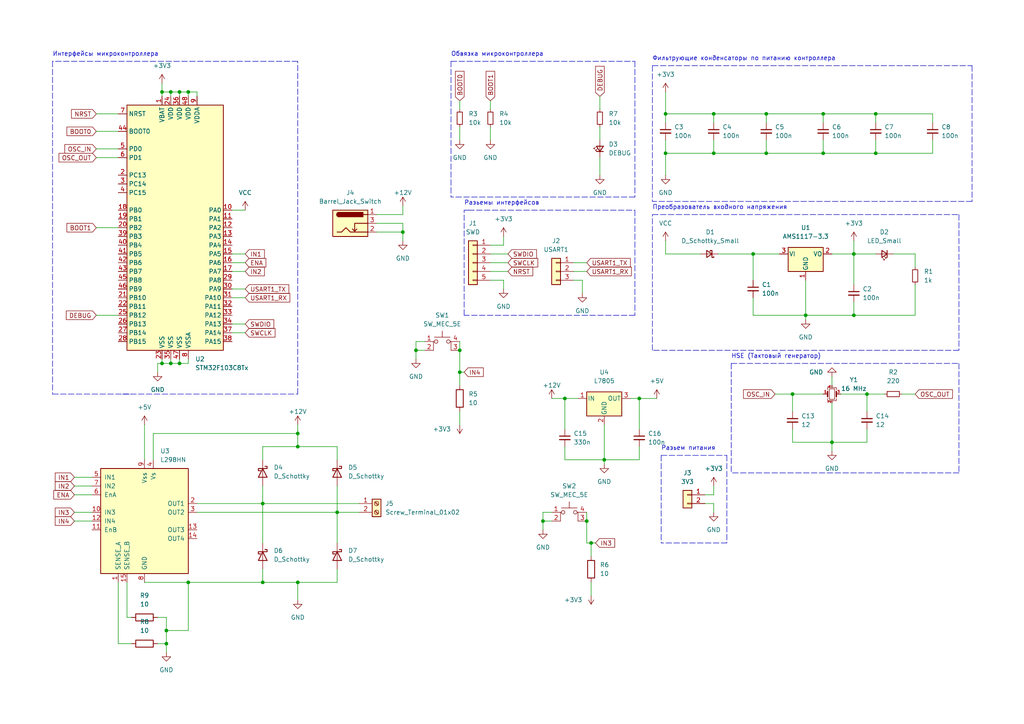
<source format=kicad_sch>
(kicad_sch (version 20211123) (generator eeschema)
  (paper "A4")
  (lib_symbols
    (symbol "Connector:Barrel_Jack_Switch" (pin_names hide)
      (property "Reference" "J" (at 0 5.334 0))
      (property "Value" "Barrel_Jack_Switch" (at 0 -5.08 0))
      (symbol "Barrel_Jack_Switch_0_1"
        (rectangle (start -5.08 3.81) (end 5.08 -3.81) (stroke (width 0.254)) (fill (type background)))
        (arc (start -3.302 3.175) (mid -3.937 2.54) (end -3.302 1.905) (stroke (width 0.254)))
        (arc (start -3.302 3.175) (mid -3.937 2.54) (end -3.302 1.905) (stroke (width 0.254)) (fill (type outline)))
        (polyline (pts (xy 1.27 -2.286) (xy 1.905 -1.651)) (stroke (width 0.254)))
        (polyline (pts (xy 5.08 2.54) (xy 3.81 2.54)) (stroke (width 0.254)))
        (polyline (pts (xy 5.08 0) (xy 1.27 0) (xy 1.27 -2.286) (xy 0.635 -1.651)) (stroke (width 0.254)))
        (polyline (pts (xy -3.81 -2.54) (xy -2.54 -2.54) (xy -1.27 -1.27) (xy 0 -2.54) (xy 2.54 -2.54) (xy 5.08 -2.54)) (stroke (width 0.254)))
        (rectangle (start 3.683 3.175) (end -3.302 1.905) (stroke (width 0.254)) (fill (type outline)))
      )
      (symbol "Barrel_Jack_Switch_1_1"
        (pin passive line (at 7.62 2.54 180) (length 2.54) (name "~") (number "1"))
        (pin passive line (at 7.62 -2.54 180) (length 2.54) (name "~") (number "2"))
        (pin passive line (at 7.62 0 180) (length 2.54) (name "~") (number "3"))
      )
    )
    (symbol "Connector:Screw_Terminal_01x02" (pin_names (offset 1.016) hide)
      (property "Reference" "J" (at 0 2.54 0))
      (property "Value" "Screw_Terminal_01x02" (at 0 -5.08 0))
      (symbol "Screw_Terminal_01x02_1_1"
        (rectangle (start -1.27 1.27) (end 1.27 -3.81) (stroke (width 0.254)) (fill (type background)))
        (circle (center 0 -2.54) (radius 0.635) (stroke (width 0.1524)))
        (polyline (pts (xy -0.5334 -2.2098) (xy 0.3302 -3.048)) (stroke (width 0.1524)))
        (polyline (pts (xy -0.5334 0.3302) (xy 0.3302 -0.508)) (stroke (width 0.1524)))
        (polyline (pts (xy -0.3556 -2.032) (xy 0.508 -2.8702)) (stroke (width 0.1524)))
        (polyline (pts (xy -0.3556 0.508) (xy 0.508 -0.3302)) (stroke (width 0.1524)))
        (circle (center 0 0) (radius 0.635) (stroke (width 0.1524)))
        (pin passive line (at -5.08 0 0) (length 3.81) (name "Pin_1") (number "1"))
        (pin passive line (at -5.08 -2.54 0) (length 3.81) (name "Pin_2") (number "2"))
      )
    )
    (symbol "Connector_Generic:Conn_01x02" (pin_names (offset 1.016) hide)
      (property "Reference" "J" (at 0 2.54 0))
      (property "Value" "Conn_01x02" (at 0 -5.08 0))
      (symbol "Conn_01x02_1_1"
        (rectangle (start -1.27 -2.413) (end 0 -2.667) (stroke (width 0.1524)))
        (rectangle (start -1.27 0.127) (end 0 -0.127) (stroke (width 0.1524)))
        (rectangle (start -1.27 1.27) (end 1.27 -3.81) (stroke (width 0.254)) (fill (type background)))
        (pin passive line (at -5.08 0 0) (length 3.81) (name "Pin_1") (number "1"))
        (pin passive line (at -5.08 -2.54 0) (length 3.81) (name "Pin_2") (number "2"))
      )
    )
    (symbol "Connector_Generic:Conn_01x03" (pin_names (offset 1.016) hide)
      (property "Reference" "J" (at 0 5.08 0))
      (property "Value" "Conn_01x03" (at 0 -5.08 0))
      (symbol "Conn_01x03_1_1"
        (rectangle (start -1.27 -2.413) (end 0 -2.667) (stroke (width 0.1524)))
        (rectangle (start -1.27 0.127) (end 0 -0.127) (stroke (width 0.1524)))
        (rectangle (start -1.27 2.667) (end 0 2.413) (stroke (width 0.1524)))
        (rectangle (start -1.27 3.81) (end 1.27 -3.81) (stroke (width 0.254)) (fill (type background)))
        (pin passive line (at -5.08 2.54 0) (length 3.81) (name "Pin_1") (number "1"))
        (pin passive line (at -5.08 0 0) (length 3.81) (name "Pin_2") (number "2"))
        (pin passive line (at -5.08 -2.54 0) (length 3.81) (name "Pin_3") (number "3"))
      )
    )
    (symbol "Connector_Generic:Conn_01x05" (pin_names (offset 1.016) hide)
      (property "Reference" "J" (at 0 7.62 0))
      (property "Value" "Conn_01x05" (at 0 -7.62 0))
      (symbol "Conn_01x05_1_1"
        (rectangle (start -1.27 -4.953) (end 0 -5.207) (stroke (width 0.1524)))
        (rectangle (start -1.27 -2.413) (end 0 -2.667) (stroke (width 0.1524)))
        (rectangle (start -1.27 0.127) (end 0 -0.127) (stroke (width 0.1524)))
        (rectangle (start -1.27 2.667) (end 0 2.413) (stroke (width 0.1524)))
        (rectangle (start -1.27 5.207) (end 0 4.953) (stroke (width 0.1524)))
        (rectangle (start -1.27 6.35) (end 1.27 -6.35) (stroke (width 0.254)) (fill (type background)))
        (pin passive line (at -5.08 5.08 0) (length 3.81) (name "Pin_1") (number "1"))
        (pin passive line (at -5.08 2.54 0) (length 3.81) (name "Pin_2") (number "2"))
        (pin passive line (at -5.08 0 0) (length 3.81) (name "Pin_3") (number "3"))
        (pin passive line (at -5.08 -2.54 0) (length 3.81) (name "Pin_4") (number "4"))
        (pin passive line (at -5.08 -5.08 0) (length 3.81) (name "Pin_5") (number "5"))
      )
    )
    (symbol "Device:C_Small" (pin_numbers hide) (pin_names (offset 0.254) hide)
      (property "Reference" "C" (at 0.254 1.778 0))
      (property "Value" "C_Small" (at 0.254 -2.032 0))
      (symbol "C_Small_0_1"
        (polyline (pts (xy -1.524 -0.508) (xy 1.524 -0.508)) (stroke (width 0.3302)))
        (polyline (pts (xy -1.524 0.508) (xy 1.524 0.508)) (stroke (width 0.3048)))
      )
      (symbol "C_Small_1_1"
        (pin passive line (at 0 2.54 270) (length 2.032) (name "~") (number "1"))
        (pin passive line (at 0 -2.54 90) (length 2.032) (name "~") (number "2"))
      )
    )
    (symbol "Device:Crystal_GND24_Small" (pin_names (offset 1.016) hide)
      (property "Reference" "Y" (at 1.27 4.445 0))
      (property "Value" "Crystal_GND24_Small" (at 1.27 2.54 0))
      (symbol "Crystal_GND24_Small_0_1"
        (rectangle (start -0.762 -1.524) (end 0.762 1.524))
        (polyline (pts (xy -1.27 -0.762) (xy -1.27 0.762)) (stroke (width 0.381)))
        (polyline (pts (xy 1.27 -0.762) (xy 1.27 0.762)) (stroke (width 0.381)))
        (polyline (pts (xy -1.27 -1.27) (xy -1.27 -1.905) (xy 1.27 -1.905) (xy 1.27 -1.27)))
        (polyline (pts (xy -1.27 1.27) (xy -1.27 1.905) (xy 1.27 1.905) (xy 1.27 1.27)))
      )
      (symbol "Crystal_GND24_Small_1_1"
        (pin passive line (at -2.54 0 0) (length 1.27) (name "1") (number "1"))
        (pin passive line (at 0 -2.54 90) (length 0.635) (name "2") (number "2"))
        (pin passive line (at 2.54 0 180) (length 1.27) (name "3") (number "3"))
        (pin passive line (at 0 2.54 270) (length 0.635) (name "4") (number "4"))
      )
    )
    (symbol "Device:D_Schottky" (pin_numbers hide) (pin_names (offset 1.016) hide)
      (property "Reference" "D" (at 0 2.54 0))
      (property "Value" "D_Schottky" (at 0 -2.54 0))
      (symbol "D_Schottky_0_1"
        (polyline (pts (xy 1.27 0) (xy -1.27 0)))
        (polyline (pts (xy 1.27 1.27) (xy 1.27 -1.27) (xy -1.27 0) (xy 1.27 1.27)) (stroke (width 0.254)))
        (polyline (pts (xy -1.905 0.635) (xy -1.905 1.27) (xy -1.27 1.27) (xy -1.27 -1.27) (xy -0.635 -1.27) (xy -0.635 -0.635)) (stroke (width 0.254)))
      )
      (symbol "D_Schottky_1_1"
        (pin passive line (at -3.81 0 0) (length 2.54) (name "K") (number "1"))
        (pin passive line (at 3.81 0 180) (length 2.54) (name "A") (number "2"))
      )
    )
    (symbol "Device:D_Schottky_Small" (pin_numbers hide) (pin_names (offset 0.254) hide)
      (property "Reference" "D" (at -1.27 2.032 0))
      (property "Value" "D_Schottky_Small" (at -7.112 -2.032 0))
      (symbol "D_Schottky_Small_0_1"
        (polyline (pts (xy -0.762 0) (xy 0.762 0)))
        (polyline (pts (xy 0.762 -1.016) (xy -0.762 0) (xy 0.762 1.016) (xy 0.762 -1.016)) (stroke (width 0.254)))
        (polyline (pts (xy -1.27 0.762) (xy -1.27 1.016) (xy -0.762 1.016) (xy -0.762 -1.016) (xy -0.254 -1.016) (xy -0.254 -0.762)) (stroke (width 0.254)))
      )
      (symbol "D_Schottky_Small_1_1"
        (pin passive line (at -2.54 0 0) (length 1.778) (name "K") (number "1"))
        (pin passive line (at 2.54 0 180) (length 1.778) (name "A") (number "2"))
      )
    )
    (symbol "Device:LED_Small" (pin_numbers hide) (pin_names (offset 0.254) hide)
      (property "Reference" "D" (at -1.27 3.175 0))
      (property "Value" "LED_Small" (at -4.445 -2.54 0))
      (symbol "LED_Small_0_1"
        (polyline (pts (xy -0.762 -1.016) (xy -0.762 1.016)) (stroke (width 0.254)))
        (polyline (pts (xy 1.016 0) (xy -0.762 0)))
        (polyline (pts (xy 0.762 -1.016) (xy -0.762 0) (xy 0.762 1.016) (xy 0.762 -1.016)) (stroke (width 0.254)))
        (polyline (pts (xy 0 0.762) (xy -0.508 1.27) (xy -0.254 1.27) (xy -0.508 1.27) (xy -0.508 1.016)))
        (polyline (pts (xy 0.508 1.27) (xy 0 1.778) (xy 0.254 1.778) (xy 0 1.778) (xy 0 1.524)))
      )
      (symbol "LED_Small_1_1"
        (pin passive line (at -2.54 0 0) (length 1.778) (name "K") (number "1"))
        (pin passive line (at 2.54 0 180) (length 1.778) (name "A") (number "2"))
      )
    )
    (symbol "Device:R" (pin_numbers hide) (pin_names (offset 0))
      (property "Reference" "R" (at 2.032 0 90))
      (property "Value" "R" (at 0 0 90))
      (symbol "R_0_1"
        (rectangle (start -1.016 -2.54) (end 1.016 2.54) (stroke (width 0.254)))
      )
      (symbol "R_1_1"
        (pin passive line (at 0 3.81 270) (length 1.27) (name "~") (number "1"))
        (pin passive line (at 0 -3.81 90) (length 1.27) (name "~") (number "2"))
      )
    )
    (symbol "Device:R_Small" (pin_numbers hide) (pin_names (offset 0.254) hide)
      (property "Reference" "R" (at 0.762 0.508 0))
      (property "Value" "R_Small" (at 0.762 -1.016 0))
      (symbol "R_Small_0_1"
        (rectangle (start -0.762 1.778) (end 0.762 -1.778) (stroke (width 0.2032)))
      )
      (symbol "R_Small_1_1"
        (pin passive line (at 0 2.54 270) (length 0.762) (name "~") (number "1"))
        (pin passive line (at 0 -2.54 90) (length 0.762) (name "~") (number "2"))
      )
    )
    (symbol "Driver_Motor:L298HN" (pin_names (offset 1.016))
      (property "Reference" "U" (at -10.16 16.51 0))
      (property "Value" "L298HN" (at 12.7 16.51 0))
      (symbol "L298HN_0_1"
        (rectangle (start -12.7 15.24) (end 12.7 -15.24) (stroke (width 0.254)) (fill (type background)))
      )
      (symbol "L298HN_1_1"
        (pin power_in line (at -7.62 -17.78 90) (length 2.54) (name "SENSE_A") (number "1"))
        (pin input line (at -15.24 2.54 0) (length 2.54) (name "IN3") (number "10"))
        (pin input line (at -15.24 -2.54 0) (length 2.54) (name "EnB") (number "11"))
        (pin input line (at -15.24 0 0) (length 2.54) (name "IN4") (number "12"))
        (pin output line (at 15.24 -2.54 180) (length 2.54) (name "OUT3") (number "13"))
        (pin output line (at 15.24 -5.08 180) (length 2.54) (name "OUT4") (number "14"))
        (pin power_in line (at -5.08 -17.78 90) (length 2.54) (name "SENSE_B") (number "15"))
        (pin output line (at 15.24 5.08 180) (length 2.54) (name "OUT1") (number "2"))
        (pin output line (at 15.24 2.54 180) (length 2.54) (name "OUT2") (number "3"))
        (pin power_in line (at 2.54 17.78 270) (length 2.54) (name "Vs") (number "4"))
        (pin input line (at -15.24 12.7 0) (length 2.54) (name "IN1") (number "5"))
        (pin input line (at -15.24 7.62 0) (length 2.54) (name "EnA") (number "6"))
        (pin input line (at -15.24 10.16 0) (length 2.54) (name "IN2") (number "7"))
        (pin power_in line (at 0 -17.78 90) (length 2.54) (name "GND") (number "8"))
        (pin power_in line (at 0 17.78 270) (length 2.54) (name "Vss") (number "9"))
      )
    )
    (symbol "MCU_ST_STM32F1:STM32F103C8Tx"
      (property "Reference" "U" (at -15.24 36.83 0))
      (property "Value" "STM32F103C8Tx" (at 7.62 36.83 0))
      (symbol "STM32F103C8Tx_0_1"
        (rectangle (start -15.24 -35.56) (end 12.7 35.56) (stroke (width 0.254)) (fill (type background)))
      )
      (symbol "STM32F103C8Tx_1_1"
        (pin power_in line (at -5.08 38.1 270) (length 2.54) (name "VBAT") (number "1"))
        (pin bidirectional line (at 15.24 5.08 180) (length 2.54) (name "PA0") (number "10"))
        (pin bidirectional line (at 15.24 2.54 180) (length 2.54) (name "PA1") (number "11"))
        (pin bidirectional line (at 15.24 0 180) (length 2.54) (name "PA2") (number "12"))
        (pin bidirectional line (at 15.24 -2.54 180) (length 2.54) (name "PA3") (number "13"))
        (pin bidirectional line (at 15.24 -5.08 180) (length 2.54) (name "PA4") (number "14"))
        (pin bidirectional line (at 15.24 -7.62 180) (length 2.54) (name "PA5") (number "15"))
        (pin bidirectional line (at 15.24 -10.16 180) (length 2.54) (name "PA6") (number "16"))
        (pin bidirectional line (at 15.24 -12.7 180) (length 2.54) (name "PA7") (number "17"))
        (pin bidirectional line (at -17.78 5.08 0) (length 2.54) (name "PB0") (number "18"))
        (pin bidirectional line (at -17.78 2.54 0) (length 2.54) (name "PB1") (number "19"))
        (pin bidirectional line (at -17.78 15.24 0) (length 2.54) (name "PC13") (number "2"))
        (pin bidirectional line (at -17.78 0 0) (length 2.54) (name "PB2") (number "20"))
        (pin bidirectional line (at -17.78 -20.32 0) (length 2.54) (name "PB10") (number "21"))
        (pin bidirectional line (at -17.78 -22.86 0) (length 2.54) (name "PB11") (number "22"))
        (pin power_in line (at -5.08 -38.1 90) (length 2.54) (name "VSS") (number "23"))
        (pin power_in line (at -2.54 38.1 270) (length 2.54) (name "VDD") (number "24"))
        (pin bidirectional line (at -17.78 -25.4 0) (length 2.54) (name "PB12") (number "25"))
        (pin bidirectional line (at -17.78 -27.94 0) (length 2.54) (name "PB13") (number "26"))
        (pin bidirectional line (at -17.78 -30.48 0) (length 2.54) (name "PB14") (number "27"))
        (pin bidirectional line (at -17.78 -33.02 0) (length 2.54) (name "PB15") (number "28"))
        (pin bidirectional line (at 15.24 -15.24 180) (length 2.54) (name "PA8") (number "29"))
        (pin bidirectional line (at -17.78 12.7 0) (length 2.54) (name "PC14") (number "3"))
        (pin bidirectional line (at 15.24 -17.78 180) (length 2.54) (name "PA9") (number "30"))
        (pin bidirectional line (at 15.24 -20.32 180) (length 2.54) (name "PA10") (number "31"))
        (pin bidirectional line (at 15.24 -22.86 180) (length 2.54) (name "PA11") (number "32"))
        (pin bidirectional line (at 15.24 -25.4 180) (length 2.54) (name "PA12") (number "33"))
        (pin bidirectional line (at 15.24 -27.94 180) (length 2.54) (name "PA13") (number "34"))
        (pin power_in line (at -2.54 -38.1 90) (length 2.54) (name "VSS") (number "35"))
        (pin power_in line (at 0 38.1 270) (length 2.54) (name "VDD") (number "36"))
        (pin bidirectional line (at 15.24 -30.48 180) (length 2.54) (name "PA14") (number "37"))
        (pin bidirectional line (at 15.24 -33.02 180) (length 2.54) (name "PA15") (number "38"))
        (pin bidirectional line (at -17.78 -2.54 0) (length 2.54) (name "PB3") (number "39"))
        (pin bidirectional line (at -17.78 10.16 0) (length 2.54) (name "PC15") (number "4"))
        (pin bidirectional line (at -17.78 -5.08 0) (length 2.54) (name "PB4") (number "40"))
        (pin bidirectional line (at -17.78 -7.62 0) (length 2.54) (name "PB5") (number "41"))
        (pin bidirectional line (at -17.78 -10.16 0) (length 2.54) (name "PB6") (number "42"))
        (pin bidirectional line (at -17.78 -12.7 0) (length 2.54) (name "PB7") (number "43"))
        (pin input line (at -17.78 27.94 0) (length 2.54) (name "BOOT0") (number "44"))
        (pin bidirectional line (at -17.78 -15.24 0) (length 2.54) (name "PB8") (number "45"))
        (pin bidirectional line (at -17.78 -17.78 0) (length 2.54) (name "PB9") (number "46"))
        (pin power_in line (at 0 -38.1 90) (length 2.54) (name "VSS") (number "47"))
        (pin power_in line (at 2.54 38.1 270) (length 2.54) (name "VDD") (number "48"))
        (pin input line (at -17.78 22.86 0) (length 2.54) (name "PD0") (number "5"))
        (pin input line (at -17.78 20.32 0) (length 2.54) (name "PD1") (number "6"))
        (pin input line (at -17.78 33.02 0) (length 2.54) (name "NRST") (number "7"))
        (pin power_in line (at 2.54 -38.1 90) (length 2.54) (name "VSSA") (number "8"))
        (pin power_in line (at 5.08 38.1 270) (length 2.54) (name "VDDA") (number "9"))
      )
    )
    (symbol "Regulator_Linear:AMS1117-3.3" (pin_names (offset 0.254))
      (property "Reference" "U" (at -3.81 3.175 0))
      (property "Value" "AMS1117-3.3" (at 0 3.175 0))
      (symbol "AMS1117-3.3_0_1"
        (rectangle (start -5.08 -5.08) (end 5.08 1.905) (stroke (width 0.254)) (fill (type background)))
      )
      (symbol "AMS1117-3.3_1_1"
        (pin power_in line (at 0 -7.62 90) (length 2.54) (name "GND") (number "1"))
        (pin power_out line (at 7.62 0 180) (length 2.54) (name "VO") (number "2"))
        (pin power_in line (at -7.62 0 0) (length 2.54) (name "VI") (number "3"))
      )
    )
    (symbol "Regulator_Linear:L7805" (pin_names (offset 0.254))
      (property "Reference" "U" (at -3.81 3.175 0))
      (property "Value" "L7805" (at 0 3.175 0))
      (symbol "L7805_0_1"
        (rectangle (start -5.08 1.905) (end 5.08 -5.08) (stroke (width 0.254)) (fill (type background)))
      )
      (symbol "L7805_1_1"
        (pin power_in line (at -7.62 0 0) (length 2.54) (name "IN") (number "1"))
        (pin power_in line (at 0 -7.62 90) (length 2.54) (name "GND") (number "2"))
        (pin power_out line (at 7.62 0 180) (length 2.54) (name "OUT") (number "3"))
      )
    )
    (symbol "Switch:SW_MEC_5E" (pin_names (offset 1.016) hide)
      (property "Reference" "SW" (at 0.635 5.715 0))
      (property "Value" "SW_MEC_5E" (at 0 -3.175 0))
      (symbol "SW_MEC_5E_0_1"
        (circle (center -1.778 2.54) (radius 0.508))
        (polyline (pts (xy -2.286 3.81) (xy 2.286 3.81)))
        (polyline (pts (xy 0 3.81) (xy 0 5.588)))
        (polyline (pts (xy -2.54 0) (xy -2.54 2.54) (xy -2.286 2.54)))
        (polyline (pts (xy 2.54 0) (xy 2.54 2.54) (xy 2.286 2.54)))
        (circle (center 1.778 2.54) (radius 0.508))
        (pin passive line (at -5.08 2.54 0) (length 2.54) (name "1") (number "1"))
        (pin passive line (at -5.08 0 0) (length 2.54) (name "2") (number "2"))
        (pin passive line (at 5.08 0 180) (length 2.54) (name "K") (number "3"))
        (pin passive line (at 5.08 2.54 180) (length 2.54) (name "A") (number "4"))
      )
    )
    (symbol "power:+12V" (power) (pin_names (offset 0))
      (property "Value" "+12V" (at 0 3.556 0))
      (symbol "+12V_0_1"
        (polyline (pts (xy -0.762 1.27) (xy 0 2.54)))
        (polyline (pts (xy 0 0) (xy 0 2.54)))
        (polyline (pts (xy 0 2.54) (xy 0.762 1.27)))
      )
      (symbol "+12V_1_1"
        (pin power_in line (at 0 0 90) (length 0) hide (name "+12V") (number "1"))
      )
    )
    (symbol "power:+3V3" (power) (pin_names (offset 0))
      (property "Value" "+3V3" (at 0 3.556 0))
      (symbol "+3V3_0_1"
        (polyline (pts (xy -0.762 1.27) (xy 0 2.54)))
        (polyline (pts (xy 0 0) (xy 0 2.54)))
        (polyline (pts (xy 0 2.54) (xy 0.762 1.27)))
      )
      (symbol "+3V3_1_1"
        (pin power_in line (at 0 0 90) (length 0) hide (name "+3V3") (number "1"))
      )
    )
    (symbol "power:+5V" (power) (pin_names (offset 0))
      (property "Value" "+5V" (at 0 3.556 0))
      (symbol "+5V_0_1"
        (polyline (pts (xy -0.762 1.27) (xy 0 2.54)))
        (polyline (pts (xy 0 0) (xy 0 2.54)))
        (polyline (pts (xy 0 2.54) (xy 0.762 1.27)))
      )
      (symbol "+5V_1_1"
        (pin power_in line (at 0 0 90) (length 0) hide (name "+5V") (number "1"))
      )
    )
    (symbol "power:GND" (power) (pin_names (offset 0))
      (property "Value" "GND" (at 0 -3.81 0))
      (symbol "GND_0_1"
        (polyline (pts (xy 0 0) (xy 0 -1.27) (xy 1.27 -1.27) (xy 0 -2.54) (xy -1.27 -1.27) (xy 0 -1.27)))
      )
      (symbol "GND_1_1"
        (pin power_in line (at 0 0 270) (length 0) hide (name "GND") (number "1"))
      )
    )
    (symbol "power:VCC" (power) (pin_names (offset 0))
      (property "Value" "VCC" (at 0 3.81 0))
      (symbol "VCC_0_1"
        (polyline (pts (xy -0.762 1.27) (xy 0 2.54)))
        (polyline (pts (xy 0 0) (xy 0 2.54)))
        (polyline (pts (xy 0 2.54) (xy 0.762 1.27)))
      )
      (symbol "VCC_1_1"
        (pin power_in line (at 0 0 90) (length 0) hide (name "VCC") (number "1"))
      )
    )
  )
  (junction (at 193.04 44.45))
  (junction (at 54.61 168.91))
  (junction (at 46.99 105.41))
  (junction (at 76.2 168.91))
  (junction (at 133.35 107.95))
  (junction (at 76.2 146.05))
  (junction (at 48.26 186.69))
  (junction (at 120.65 101.6))
  (junction (at 238.76 33.02))
  (junction (at 229.87 114.3))
  (junction (at 54.61 26.67))
  (junction (at 247.65 73.66))
  (junction (at 97.79 148.59))
  (junction (at 241.3 128.27))
  (junction (at 175.26 133.35))
  (junction (at 86.36 125.73))
  (junction (at 170.18 151.13))
  (junction (at 222.25 44.45))
  (junction (at 157.48 151.13))
  (junction (at 86.36 168.91))
  (junction (at 218.44 73.66))
  (junction (at 171.45 157.48))
  (junction (at 163.83 115.57))
  (junction (at 116.84 67.31))
  (junction (at 207.01 33.02))
  (junction (at 48.26 182.88))
  (junction (at 238.76 44.45))
  (junction (at 233.68 91.44))
  (junction (at 193.04 33.02))
  (junction (at 49.53 26.67))
  (junction (at 52.07 105.41))
  (junction (at 49.53 105.41))
  (junction (at 52.07 26.67))
  (junction (at 46.99 26.67))
  (junction (at 207.01 44.45))
  (junction (at 251.46 114.3))
  (junction (at 254 33.02))
  (junction (at 185.42 115.57))
  (junction (at 247.65 91.44))
  (junction (at 222.25 33.02))
  (junction (at 133.35 101.6))
  (junction (at 254 44.45))
  (junction (at 86.36 129.54))
  (wire (pts (xy 207.01 143.51) (xy 207.01 140.97)))
  (polyline (pts (xy 15.24 17.78) (xy 15.24 114.3)))
  (wire (pts (xy 241.3 109.22) (xy 241.3 111.76)))
  (wire (pts (xy 21.59 143.51) (xy 26.67 143.51)))
  (wire (pts (xy 142.24 81.28) (xy 146.05 81.28)))
  (wire (pts (xy 190.5 115.57) (xy 185.42 115.57)))
  (wire (pts (xy 259.08 73.66) (xy 265.43 73.66)))
  (wire (pts (xy 76.2 146.05) (xy 76.2 157.48)))
  (wire (pts (xy 86.36 123.19) (xy 86.36 125.73)))
  (wire (pts (xy 247.65 87.63) (xy 247.65 91.44)))
  (wire (pts (xy 157.48 151.13) (xy 160.02 151.13)))
  (wire (pts (xy 193.04 26.67) (xy 193.04 33.02)))
  (wire (pts (xy 54.61 105.41) (xy 52.07 105.41)))
  (wire (pts (xy 241.3 128.27) (xy 241.3 130.81)))
  (wire (pts (xy 46.99 105.41) (xy 45.72 105.41)))
  (wire (pts (xy 27.94 43.18) (xy 34.29 43.18)))
  (wire (pts (xy 218.44 73.66) (xy 218.44 81.28)))
  (polyline (pts (xy 130.81 17.78) (xy 184.15 17.78)))
  (wire (pts (xy 175.26 123.19) (xy 175.26 133.35)))
  (wire (pts (xy 57.15 27.94) (xy 57.15 26.67)))
  (wire (pts (xy 182.88 115.57) (xy 185.42 115.57)))
  (wire (pts (xy 265.43 73.66) (xy 265.43 77.47)))
  (wire (pts (xy 54.61 104.14) (xy 54.61 105.41)))
  (wire (pts (xy 49.53 26.67) (xy 46.99 26.67)))
  (wire (pts (xy 185.42 129.54) (xy 185.42 133.35)))
  (polyline (pts (xy 184.15 91.44) (xy 134.62 91.44)))
  (wire (pts (xy 27.94 38.1) (xy 34.29 38.1)))
  (wire (pts (xy 270.51 33.02) (xy 270.51 35.56)))
  (wire (pts (xy 67.31 78.74) (xy 71.12 78.74)))
  (wire (pts (xy 86.36 168.91) (xy 97.79 168.91)))
  (wire (pts (xy 142.24 78.74) (xy 147.32 78.74)))
  (wire (pts (xy 142.24 29.21) (xy 142.24 31.75)))
  (wire (pts (xy 157.48 148.59) (xy 157.48 151.13)))
  (wire (pts (xy 265.43 82.55) (xy 265.43 91.44)))
  (wire (pts (xy 76.2 146.05) (xy 104.14 146.05)))
  (polyline (pts (xy 189.23 19.05) (xy 189.23 58.42)))
  (wire (pts (xy 48.26 186.69) (xy 48.26 189.23)))
  (wire (pts (xy 133.35 36.83) (xy 133.35 40.64)))
  (wire (pts (xy 54.61 27.94) (xy 54.61 26.67)))
  (polyline (pts (xy 212.09 105.41) (xy 212.09 137.16)))
  (wire (pts (xy 222.25 33.02) (xy 238.76 33.02)))
  (wire (pts (xy 247.65 73.66) (xy 254 73.66)))
  (wire (pts (xy 233.68 81.28) (xy 233.68 91.44)))
  (polyline (pts (xy 15.24 114.3) (xy 38.1 114.3)))
  (wire (pts (xy 45.72 186.69) (xy 48.26 186.69)))
  (wire (pts (xy 218.44 91.44) (xy 233.68 91.44)))
  (wire (pts (xy 229.87 114.3) (xy 238.76 114.3)))
  (wire (pts (xy 265.43 91.44) (xy 247.65 91.44)))
  (wire (pts (xy 52.07 26.67) (xy 49.53 26.67)))
  (wire (pts (xy 251.46 119.38) (xy 251.46 114.3)))
  (wire (pts (xy 222.25 33.02) (xy 222.25 35.56)))
  (wire (pts (xy 193.04 33.02) (xy 207.01 33.02)))
  (polyline (pts (xy 281.94 58.42) (xy 189.23 58.42)))
  (wire (pts (xy 238.76 44.45) (xy 238.76 40.64)))
  (wire (pts (xy 173.99 36.83) (xy 173.99 40.64)))
  (wire (pts (xy 86.36 168.91) (xy 86.36 173.99)))
  (polyline (pts (xy 134.62 60.96) (xy 135.89 60.96)))
  (wire (pts (xy 45.72 105.41) (xy 45.72 107.95)))
  (wire (pts (xy 34.29 186.69) (xy 38.1 186.69)))
  (wire (pts (xy 133.35 107.95) (xy 133.35 101.6)))
  (wire (pts (xy 27.94 91.44) (xy 34.29 91.44)))
  (wire (pts (xy 142.24 76.2) (xy 147.32 76.2)))
  (polyline (pts (xy 86.36 114.3) (xy 86.36 17.78)))
  (wire (pts (xy 48.26 179.07) (xy 48.26 182.88)))
  (wire (pts (xy 97.79 148.59) (xy 104.14 148.59)))
  (wire (pts (xy 41.91 168.91) (xy 54.61 168.91)))
  (wire (pts (xy 49.53 104.14) (xy 49.53 105.41)))
  (polyline (pts (xy 191.77 132.08) (xy 191.77 157.48)))
  (wire (pts (xy 134.62 107.95) (xy 133.35 107.95)))
  (wire (pts (xy 86.36 125.73) (xy 86.36 129.54)))
  (wire (pts (xy 270.51 40.64) (xy 270.51 44.45)))
  (polyline (pts (xy 130.81 17.78) (xy 130.81 57.15)))
  (wire (pts (xy 229.87 124.46) (xy 229.87 128.27)))
  (polyline (pts (xy 189.23 62.23) (xy 278.13 62.23)))
  (wire (pts (xy 261.62 114.3) (xy 265.43 114.3)))
  (wire (pts (xy 207.01 44.45) (xy 193.04 44.45)))
  (wire (pts (xy 207.01 33.02) (xy 207.01 35.56)))
  (wire (pts (xy 241.3 116.84) (xy 241.3 128.27)))
  (polyline (pts (xy 281.94 19.05) (xy 281.94 58.42)))
  (wire (pts (xy 21.59 138.43) (xy 26.67 138.43)))
  (wire (pts (xy 163.83 115.57) (xy 163.83 124.46)))
  (wire (pts (xy 173.99 27.94) (xy 173.99 31.75)))
  (wire (pts (xy 76.2 140.97) (xy 76.2 146.05)))
  (wire (pts (xy 120.65 101.6) (xy 120.65 104.14)))
  (wire (pts (xy 203.2 73.66) (xy 193.04 73.66)))
  (polyline (pts (xy 135.89 60.96) (xy 184.15 60.96)))
  (wire (pts (xy 251.46 128.27) (xy 241.3 128.27)))
  (wire (pts (xy 166.37 76.2) (xy 170.18 76.2)))
  (wire (pts (xy 46.99 24.13) (xy 46.99 26.67)))
  (wire (pts (xy 207.01 44.45) (xy 207.01 40.64)))
  (wire (pts (xy 34.29 168.91) (xy 34.29 186.69)))
  (wire (pts (xy 142.24 73.66) (xy 147.32 73.66)))
  (wire (pts (xy 76.2 129.54) (xy 86.36 129.54)))
  (wire (pts (xy 120.65 99.06) (xy 120.65 101.6)))
  (wire (pts (xy 142.24 36.83) (xy 142.24 40.64)))
  (polyline (pts (xy 278.13 101.6) (xy 189.23 101.6)))
  (wire (pts (xy 247.65 69.85) (xy 247.65 73.66)))
  (wire (pts (xy 54.61 26.67) (xy 52.07 26.67)))
  (wire (pts (xy 207.01 146.05) (xy 207.01 148.59)))
  (wire (pts (xy 133.35 119.38) (xy 133.35 123.19)))
  (wire (pts (xy 120.65 101.6) (xy 123.19 101.6)))
  (wire (pts (xy 254 33.02) (xy 254 35.56)))
  (polyline (pts (xy 212.09 105.41) (xy 278.13 105.41)))
  (wire (pts (xy 48.26 182.88) (xy 48.26 186.69)))
  (wire (pts (xy 222.25 44.45) (xy 207.01 44.45)))
  (polyline (pts (xy 278.13 137.16) (xy 212.09 137.16)))
  (wire (pts (xy 116.84 67.31) (xy 116.84 64.77)))
  (wire (pts (xy 251.46 124.46) (xy 251.46 128.27)))
  (wire (pts (xy 170.18 157.48) (xy 170.18 151.13)))
  (wire (pts (xy 116.84 69.85) (xy 116.84 67.31)))
  (wire (pts (xy 254 44.45) (xy 254 40.64)))
  (polyline (pts (xy 86.36 17.78) (xy 15.24 17.78)))
  (wire (pts (xy 233.68 91.44) (xy 233.68 92.71)))
  (wire (pts (xy 109.22 67.31) (xy 116.84 67.31)))
  (wire (pts (xy 133.35 99.06) (xy 133.35 101.6)))
  (wire (pts (xy 52.07 104.14) (xy 52.07 105.41)))
  (wire (pts (xy 57.15 26.67) (xy 54.61 26.67)))
  (wire (pts (xy 163.83 129.54) (xy 163.83 133.35)))
  (wire (pts (xy 46.99 104.14) (xy 46.99 105.41)))
  (wire (pts (xy 57.15 148.59) (xy 97.79 148.59)))
  (wire (pts (xy 166.37 81.28) (xy 168.91 81.28)))
  (wire (pts (xy 172.72 157.48) (xy 171.45 157.48)))
  (polyline (pts (xy 191.77 132.08) (xy 210.82 132.08)))
  (wire (pts (xy 109.22 62.23) (xy 116.84 62.23)))
  (wire (pts (xy 167.64 115.57) (xy 163.83 115.57)))
  (wire (pts (xy 193.04 35.56) (xy 193.04 33.02)))
  (wire (pts (xy 204.47 143.51) (xy 207.01 143.51)))
  (wire (pts (xy 45.72 179.07) (xy 48.26 179.07)))
  (polyline (pts (xy 184.15 60.96) (xy 184.15 91.44)))
  (wire (pts (xy 67.31 93.98) (xy 71.12 93.98)))
  (wire (pts (xy 41.91 123.19) (xy 41.91 133.35)))
  (wire (pts (xy 67.31 96.52) (xy 71.12 96.52)))
  (wire (pts (xy 247.65 91.44) (xy 233.68 91.44)))
  (wire (pts (xy 238.76 33.02) (xy 254 33.02)))
  (wire (pts (xy 166.37 78.74) (xy 170.18 78.74)))
  (polyline (pts (xy 184.15 17.78) (xy 184.15 57.15)))
  (wire (pts (xy 251.46 114.3) (xy 256.54 114.3)))
  (polyline (pts (xy 278.13 105.41) (xy 278.13 137.16)))
  (wire (pts (xy 208.28 73.66) (xy 218.44 73.66)))
  (wire (pts (xy 27.94 66.04) (xy 34.29 66.04)))
  (wire (pts (xy 27.94 45.72) (xy 34.29 45.72)))
  (wire (pts (xy 160.02 148.59) (xy 157.48 148.59)))
  (wire (pts (xy 67.31 76.2) (xy 71.12 76.2)))
  (wire (pts (xy 116.84 59.69) (xy 116.84 62.23)))
  (wire (pts (xy 193.04 73.66) (xy 193.04 69.85)))
  (wire (pts (xy 67.31 86.36) (xy 71.12 86.36)))
  (wire (pts (xy 229.87 128.27) (xy 241.3 128.27)))
  (wire (pts (xy 207.01 33.02) (xy 222.25 33.02)))
  (wire (pts (xy 44.45 133.35) (xy 44.45 125.73)))
  (wire (pts (xy 193.04 44.45) (xy 193.04 50.8)))
  (wire (pts (xy 116.84 64.77) (xy 109.22 64.77)))
  (wire (pts (xy 54.61 168.91) (xy 76.2 168.91)))
  (wire (pts (xy 157.48 151.13) (xy 157.48 153.67)))
  (wire (pts (xy 97.79 140.97) (xy 97.79 148.59)))
  (wire (pts (xy 48.26 182.88) (xy 54.61 182.88)))
  (wire (pts (xy 146.05 71.12) (xy 146.05 68.58)))
  (wire (pts (xy 160.02 115.57) (xy 163.83 115.57)))
  (wire (pts (xy 171.45 157.48) (xy 171.45 161.29)))
  (wire (pts (xy 222.25 44.45) (xy 222.25 40.64)))
  (wire (pts (xy 67.31 73.66) (xy 71.12 73.66)))
  (wire (pts (xy 185.42 133.35) (xy 175.26 133.35)))
  (wire (pts (xy 76.2 165.1) (xy 76.2 168.91)))
  (wire (pts (xy 21.59 151.13) (xy 26.67 151.13)))
  (wire (pts (xy 193.04 44.45) (xy 193.04 40.64)))
  (wire (pts (xy 27.94 33.02) (xy 34.29 33.02)))
  (wire (pts (xy 52.07 27.94) (xy 52.07 26.67)))
  (polyline (pts (xy 210.82 132.08) (xy 210.82 157.48)))
  (wire (pts (xy 247.65 73.66) (xy 247.65 82.55)))
  (wire (pts (xy 238.76 33.02) (xy 238.76 35.56)))
  (wire (pts (xy 168.91 81.28) (xy 168.91 85.09)))
  (wire (pts (xy 229.87 114.3) (xy 229.87 119.38)))
  (wire (pts (xy 54.61 182.88) (xy 54.61 168.91)))
  (polyline (pts (xy 35.56 114.3) (xy 86.36 114.3)))
  (wire (pts (xy 36.83 168.91) (xy 36.83 179.07)))
  (wire (pts (xy 21.59 140.97) (xy 26.67 140.97)))
  (polyline (pts (xy 134.62 91.44) (xy 134.62 60.96)))
  (wire (pts (xy 175.26 133.35) (xy 175.26 134.62)))
  (polyline (pts (xy 210.82 157.48) (xy 191.77 157.48)))
  (wire (pts (xy 171.45 168.91) (xy 171.45 172.72)))
  (wire (pts (xy 133.35 107.95) (xy 133.35 111.76)))
  (wire (pts (xy 67.31 83.82) (xy 71.12 83.82)))
  (wire (pts (xy 52.07 105.41) (xy 49.53 105.41)))
  (wire (pts (xy 218.44 86.36) (xy 218.44 91.44)))
  (wire (pts (xy 170.18 148.59) (xy 170.18 151.13)))
  (wire (pts (xy 86.36 129.54) (xy 97.79 129.54)))
  (wire (pts (xy 270.51 44.45) (xy 254 44.45)))
  (polyline (pts (xy 189.23 19.05) (xy 281.94 19.05)))
  (polyline (pts (xy 184.15 57.15) (xy 130.81 57.15)))
  (wire (pts (xy 173.99 45.72) (xy 173.99 50.8)))
  (wire (pts (xy 254 44.45) (xy 238.76 44.45)))
  (wire (pts (xy 185.42 115.57) (xy 185.42 124.46)))
  (wire (pts (xy 224.79 114.3) (xy 229.87 114.3)))
  (wire (pts (xy 97.79 148.59) (xy 97.79 157.48)))
  (wire (pts (xy 97.79 168.91) (xy 97.79 165.1)))
  (wire (pts (xy 21.59 148.59) (xy 26.67 148.59)))
  (wire (pts (xy 238.76 44.45) (xy 222.25 44.45)))
  (wire (pts (xy 46.99 26.67) (xy 46.99 27.94)))
  (wire (pts (xy 76.2 168.91) (xy 86.36 168.91)))
  (wire (pts (xy 44.45 125.73) (xy 86.36 125.73)))
  (wire (pts (xy 49.53 105.41) (xy 46.99 105.41)))
  (wire (pts (xy 123.19 99.06) (xy 120.65 99.06)))
  (wire (pts (xy 67.31 60.96) (xy 71.12 60.96)))
  (wire (pts (xy 241.3 73.66) (xy 247.65 73.66)))
  (wire (pts (xy 36.83 179.07) (xy 38.1 179.07)))
  (wire (pts (xy 171.45 157.48) (xy 170.18 157.48)))
  (wire (pts (xy 146.05 81.28) (xy 146.05 83.82)))
  (wire (pts (xy 254 33.02) (xy 270.51 33.02)))
  (wire (pts (xy 142.24 71.12) (xy 146.05 71.12)))
  (wire (pts (xy 57.15 146.05) (xy 76.2 146.05)))
  (wire (pts (xy 163.83 133.35) (xy 175.26 133.35)))
  (polyline (pts (xy 278.13 62.23) (xy 278.13 101.6)))
  (wire (pts (xy 218.44 73.66) (xy 226.06 73.66)))
  (wire (pts (xy 97.79 129.54) (xy 97.79 133.35)))
  (polyline (pts (xy 189.23 101.6) (xy 189.23 62.23)))
  (wire (pts (xy 204.47 146.05) (xy 207.01 146.05)))
  (wire (pts (xy 251.46 114.3) (xy 243.84 114.3)))
  (wire (pts (xy 49.53 27.94) (xy 49.53 26.67)))
  (wire (pts (xy 133.35 29.21) (xy 133.35 31.75)))
  (wire (pts (xy 76.2 133.35) (xy 76.2 129.54)))
  (text "Интерфейсы микроконтроллера" (at 15.24 16.51 0) (effects (font (size 1.27 1.27)) (justify left bottom)))
  (text "Разьемы интерфейсов" (at 134.62 59.69 0) (effects (font (size 1.27 1.27)) (justify left bottom)))
  (text "HSE (Тактовый генератор)" (at 212.09 104.14 0) (effects (font (size 1.27 1.27)) (justify left bottom)))
  (text "Обвязка микроконтроллера" (at 130.81 16.51 0) (effects (font (size 1.27 1.27)) (justify left bottom)))
  (text "Фильтрующие конденсаторы по питанию контроллера" (at 189.23 17.78 0) (effects (font (size 1.27 1.27)) (justify left bottom)))
  (text "Преобразователь входного напряжения" (at 189.23 60.96 0) (effects (font (size 1.27 1.27)) (justify left bottom)))
  (text "Разьем питания" (at 191.77 130.81 0) (effects (font (size 1.27 1.27)) (justify left bottom)))
  (global_label "IN4" (shape input) (at 21.59 151.13 180) (property "Intersheet References" "${INTERSHEET_REFS}" (effects hide)))
  (global_label "BOOT0" (shape input) (at 133.35 29.21 90) (property "Intersheet References" "${INTERSHEET_REFS}" (effects hide)))
  (global_label "IN4" (shape input) (at 134.62 107.95 0) (property "Intersheet References" "${INTERSHEET_REFS}" (effects hide)))
  (global_label "ENA" (shape input) (at 21.59 143.51 180) (property "Intersheet References" "${INTERSHEET_REFS}" (effects hide)))
  (global_label "SWCLK" (shape input) (at 147.32 76.2 0) (property "Intersheet References" "${INTERSHEET_REFS}" (effects hide)))
  (global_label "OSC_IN" (shape input) (at 224.79 114.3 180) (property "Intersheet References" "${INTERSHEET_REFS}" (effects hide)))
  (global_label "USART1_TX" (shape input) (at 170.18 76.2 0) (property "Intersheet References" "${INTERSHEET_REFS}" (effects hide)))
  (global_label "OSC_OUT" (shape input) (at 265.43 114.3 0) (property "Intersheet References" "${INTERSHEET_REFS}" (effects hide)))
  (global_label "DEBUG" (shape input) (at 27.94 91.44 180) (property "Intersheet References" "${INTERSHEET_REFS}" (effects hide)))
  (global_label "BOOT1" (shape input) (at 27.94 66.04 180) (property "Intersheet References" "${INTERSHEET_REFS}" (effects hide)))
  (global_label "IN3" (shape input) (at 21.59 148.59 180) (property "Intersheet References" "${INTERSHEET_REFS}" (effects hide)))
  (global_label "OSC_OUT" (shape input) (at 27.94 45.72 180) (property "Intersheet References" "${INTERSHEET_REFS}" (effects hide)))
  (global_label "NRST" (shape input) (at 27.94 33.02 180) (property "Intersheet References" "${INTERSHEET_REFS}" (effects hide)))
  (global_label "IN2" (shape input) (at 71.12 78.74 0) (property "Intersheet References" "${INTERSHEET_REFS}" (effects hide)))
  (global_label "IN1" (shape input) (at 71.12 73.66 0) (property "Intersheet References" "${INTERSHEET_REFS}" (effects hide)))
  (global_label "IN2" (shape input) (at 21.59 140.97 180) (property "Intersheet References" "${INTERSHEET_REFS}" (effects hide)))
  (global_label "SWDIO" (shape input) (at 147.32 73.66 0) (property "Intersheet References" "${INTERSHEET_REFS}" (effects hide)))
  (global_label "BOOT1" (shape input) (at 142.24 29.21 90) (property "Intersheet References" "${INTERSHEET_REFS}" (effects hide)))
  (global_label "ENA" (shape input) (at 71.12 76.2 0) (property "Intersheet References" "${INTERSHEET_REFS}" (effects hide)))
  (global_label "OSC_IN" (shape input) (at 27.94 43.18 180) (property "Intersheet References" "${INTERSHEET_REFS}" (effects hide)))
  (global_label "USART1_RX" (shape input) (at 71.12 86.36 0) (property "Intersheet References" "${INTERSHEET_REFS}" (effects hide)))
  (global_label "NRST" (shape input) (at 147.32 78.74 0) (property "Intersheet References" "${INTERSHEET_REFS}" (effects hide)))
  (global_label "USART1_RX" (shape input) (at 170.18 78.74 0) (property "Intersheet References" "${INTERSHEET_REFS}" (effects hide)))
  (global_label "IN3" (shape input) (at 172.72 157.48 0) (property "Intersheet References" "${INTERSHEET_REFS}" (effects hide)))
  (global_label "DEBUG" (shape input) (at 173.99 27.94 90) (property "Intersheet References" "${INTERSHEET_REFS}" (effects hide)))
  (global_label "SWDIO" (shape input) (at 71.12 93.98 0) (property "Intersheet References" "${INTERSHEET_REFS}" (effects hide)))
  (global_label "IN1" (shape input) (at 21.59 138.43 180) (property "Intersheet References" "${INTERSHEET_REFS}" (effects hide)))
  (global_label "SWCLK" (shape input) (at 71.12 96.52 0) (property "Intersheet References" "${INTERSHEET_REFS}" (effects hide)))
  (global_label "USART1_TX" (shape input) (at 71.12 83.82 0) (property "Intersheet References" "${INTERSHEET_REFS}" (effects hide)))
  (global_label "BOOT0" (shape input) (at 27.94 38.1 180) (property "Intersheet References" "${INTERSHEET_REFS}" (effects hide)))
  (symbol (lib_id "power:GND") (at 45.72 107.95 0) (unit 1)
    (property "Reference" "#PWR012" (effects hide))
    (property "Value" "GND" (at 45.72 113.03 0))
  )
  (symbol (lib_id "Device:R_Small") (at 173.99 34.29 0) (unit 1)
    (property "Reference" "R7" (at 176.53 33.0199 0) (effects (justify left)))
    (property "Value" "10k" (at 176.53 35.5599 0) (effects (justify left)))
    (property "Footprint" "Resistor_SMD:R_0805_2012Metric" (effects hide))
  )
  (symbol (lib_id "Device:D_Schottky") (at 76.2 137.16 270) (unit 1)
    (property "Reference" "D4" (at 79.375 135.5724 90) (effects (justify left)))
    (property "Value" "D_Schottky" (at 79.375 138.1124 90) (effects (justify left)))
    (property "Footprint" "Diode_SMD:D_SMA" (effects hide))
  )
  (symbol (lib_id "Device:LED_Small") (at 256.54 73.66 180) (unit 1)
    (property "Reference" "D2" (at 256.4765 67.31 0))
    (property "Value" "LED_Small" (at 256.4765 69.85 0))
    (property "Footprint" "LED_SMD:LED_0805_2012Metric" (effects hide))
  )
  (symbol (lib_id "power:GND") (at 193.04 50.8 0) (unit 1)
    (property "Reference" "#PWR08" (effects hide))
    (property "Value" "GND" (at 193.04 55.88 0))
  )
  (symbol (lib_id "power:GND") (at 48.26 189.23 0) (unit 1)
    (property "Reference" "#PWR024" (effects hide))
    (property "Value" "GND" (at 48.26 194.31 0))
  )
  (symbol (lib_id "Device:R") (at 133.35 115.57 0) (unit 1)
    (property "Reference" "R5" (at 135.89 114.2999 0) (effects (justify left)))
    (property "Value" "10" (at 135.89 116.8399 0) (effects (justify left)))
    (property "Footprint" "Resistor_SMD:R_0805_2012Metric" (effects hide))
  )
  (symbol (lib_id "Device:C_Small") (at 222.25 38.1 0) (unit 1)
    (property "Reference" "C5" (at 224.79 36.8362 0) (effects (justify left)))
    (property "Value" "100n" (at 224.79 39.3762 0) (effects (justify left)))
    (property "Footprint" "Capacitor_SMD:C_0805_2012Metric" (effects hide))
  )
  (symbol (lib_id "Device:C_Small") (at 270.51 38.1 0) (unit 1)
    (property "Reference" "C8" (at 273.05 36.8362 0) (effects (justify left)))
    (property "Value" "100n" (at 273.05 39.3762 0) (effects (justify left)))
    (property "Footprint" "Capacitor_SMD:C_0805_2012Metric" (effects hide))
  )
  (symbol (lib_id "Device:Crystal_GND24_Small") (at 241.3 114.3 0) (unit 1)
    (property "Reference" "Y1" (at 247.65 110.1598 0))
    (property "Value" "16 MHz" (at 247.65 112.6998 0))
    (property "Footprint" "Crystal:Crystal_SMD_3225-4Pin_3.2x2.5mm" (effects hide))
  )
  (symbol (lib_id "Device:D_Schottky_Small") (at 205.74 73.66 180) (unit 1)
    (property "Reference" "D1" (at 205.994 67.31 0))
    (property "Value" "D_Schottky_Small" (at 205.994 69.85 0))
    (property "Footprint" "Diode_SMD:D_0805_2012Metric" (effects hide))
  )
  (symbol (lib_id "Device:R") (at 41.91 179.07 90) (unit 1)
    (property "Reference" "R9" (at 41.91 172.72 90))
    (property "Value" "10" (at 41.91 175.26 90))
    (property "Footprint" "Resistor_SMD:R_0805_2012Metric" (effects hide))
  )
  (symbol (lib_id "power:+3V3") (at 247.65 69.85 0) (unit 1)
    (property "Reference" "#PWR010" (effects hide))
    (property "Value" "+3V3" (at 247.65 64.77 0))
  )
  (symbol (lib_id "power:GND") (at 86.36 173.99 0) (unit 1)
    (property "Reference" "#PWR023" (effects hide))
    (property "Value" "GND" (at 86.36 179.07 0))
  )
  (symbol (lib_id "Device:C_Small") (at 251.46 121.92 0) (unit 1)
    (property "Reference" "C14" (at 254 120.6562 0) (effects (justify left)))
    (property "Value" "12" (at 254 123.1962 0) (effects (justify left)))
    (property "Footprint" "Capacitor_SMD:C_0805_2012Metric" (effects hide))
  )
  (symbol (lib_id "Device:D_Schottky") (at 97.79 137.16 270) (unit 1)
    (property "Reference" "D5" (at 100.965 135.5724 90) (effects (justify left)))
    (property "Value" "D_Schottky" (at 100.965 138.1124 90) (effects (justify left)))
    (property "Footprint" "Diode_SMD:D_SMA" (effects hide))
  )
  (symbol (lib_id "Switch:SW_MEC_5E") (at 128.27 101.6 0) (unit 1)
    (property "Reference" "SW1" (at 128.27 91.44 0))
    (property "Value" "SW_MEC_5E" (at 128.27 93.98 0))
    (property "Footprint" "Button_Switch_THT:SW_PUSH_6mm" (effects hide))
    (property "Datasheet" "http://www.apem.com/int/index.php?controller=attachment&id_attachment=1371" (effects hide))
  )
  (symbol (lib_id "Connector_Generic:Conn_01x02") (at 199.39 143.51 0) (mirror y) (unit 1)
    (property "Reference" "J3" (at 199.39 137.16 0))
    (property "Value" "3V3" (at 199.39 139.7 0))
    (property "Footprint" "Connector_PinSocket_2.54mm:PinSocket_1x02_P2.54mm_Vertical" (effects hide))
  )
  (symbol (lib_id "power:+3V3") (at 133.35 123.19 0) (mirror x) (unit 1)
    (property "Reference" "#PWR0106" (effects hide))
    (property "Value" "+3V3" (at 130.81 124.4599 0) (effects (justify right)))
  )
  (symbol (lib_id "Device:C_Small") (at 207.01 38.1 0) (unit 1)
    (property "Reference" "C4" (at 209.55 36.8362 0) (effects (justify left)))
    (property "Value" "100n" (at 209.55 39.3762 0) (effects (justify left)))
    (property "Footprint" "Capacitor_SMD:C_0805_2012Metric" (effects hide))
  )
  (symbol (lib_id "power:+3V3") (at 207.01 140.97 0) (unit 1)
    (property "Reference" "#PWR016" (effects hide))
    (property "Value" "+3V3" (at 207.01 135.89 0))
  )
  (symbol (lib_id "power:+3V3") (at 46.99 24.13 0) (unit 1)
    (property "Reference" "#PWR01" (effects hide))
    (property "Value" "+3V3" (at 46.99 19.05 0))
  )
  (symbol (lib_id "Device:R_Small") (at 259.08 114.3 90) (mirror x) (unit 1)
    (property "Reference" "R2" (at 259.08 107.95 90))
    (property "Value" "220" (at 259.08 110.49 90))
    (property "Footprint" "Resistor_SMD:R_0805_2012Metric" (effects hide))
  )
  (symbol (lib_id "power:GND") (at 142.24 40.64 0) (unit 1)
    (property "Reference" "#PWR06" (effects hide))
    (property "Value" "GND" (at 142.24 45.72 0))
  )
  (symbol (lib_id "Driver_Motor:L298HN") (at 41.91 151.13 0) (unit 1)
    (property "Reference" "U3" (at 46.4694 130.81 0) (effects (justify left)))
    (property "Value" "L298HN" (at 46.4694 133.35 0) (effects (justify left)))
    (property "Footprint" "Package_TO_SOT_THT:TO-220-15_P2.54x2.54mm_StaggerOdd_Lead4.58mm_Vertical" (effects hide))
    (property "Datasheet" "http://www.st.com/st-web-ui/static/active/en/resource/technical/document/datasheet/CD00000240.pdf" (effects hide))
  )
  (symbol (lib_id "Device:D_Schottky") (at 76.2 161.29 270) (unit 1)
    (property "Reference" "D6" (at 79.375 159.7024 90) (effects (justify left)))
    (property "Value" "D_Schottky" (at 79.375 162.2424 90) (effects (justify left)))
    (property "Footprint" "Diode_SMD:D_SMA" (effects hide))
  )
  (symbol (lib_id "Device:R_Small") (at 142.24 34.29 0) (unit 1)
    (property "Reference" "R4" (at 144.78 33.0199 0) (effects (justify left)))
    (property "Value" "10k" (at 144.78 35.5599 0) (effects (justify left)))
    (property "Footprint" "Resistor_SMD:R_0805_2012Metric" (effects hide))
  )
  (symbol (lib_id "power:GND") (at 207.01 148.59 0) (unit 1)
    (property "Reference" "#PWR018" (effects hide))
    (property "Value" "GND" (at 207.01 153.67 0))
  )
  (symbol (lib_id "power:+3V3") (at 193.04 26.67 0) (unit 1)
    (property "Reference" "#PWR04" (effects hide))
    (property "Value" "+3V3" (at 193.04 21.59 0))
  )
  (symbol (lib_id "power:GND") (at 120.65 104.14 0) (unit 1)
    (property "Reference" "#PWR0107" (effects hide))
    (property "Value" "GND" (at 120.65 109.22 0))
  )
  (symbol (lib_id "power:GND") (at 116.84 69.85 0) (unit 1)
    (property "Reference" "#PWR0109" (effects hide))
    (property "Value" "GND" (at 116.84 74.93 0))
  )
  (symbol (lib_id "power:GND") (at 157.48 153.67 0) (unit 1)
    (property "Reference" "#PWR0105" (effects hide))
    (property "Value" "GND" (at 157.48 158.75 0))
  )
  (symbol (lib_id "Regulator_Linear:AMS1117-3.3") (at 233.68 73.66 0) (unit 1)
    (property "Reference" "U1" (at 233.68 66.04 0))
    (property "Value" "AMS1117-3.3" (at 233.68 68.58 0))
    (property "Footprint" "Package_TO_SOT_SMD:SOT-223-3_TabPin2" (effects hide))
    (property "Datasheet" "http://www.advanced-monolithic.com/pdf/ds1117.pdf" (effects hide))
  )
  (symbol (lib_id "Device:LED_Small") (at 173.99 43.18 90) (unit 1)
    (property "Reference" "D3" (at 176.53 41.8464 90) (effects (justify right)))
    (property "Value" "DEBUG" (at 176.53 44.3864 90) (effects (justify right)))
    (property "Footprint" "LED_SMD:LED_0805_2012Metric" (effects hide))
  )
  (symbol (lib_id "Regulator_Linear:L7805") (at 175.26 115.57 0) (unit 1)
    (property "Reference" "U4" (at 175.26 107.95 0))
    (property "Value" "L7805" (at 175.26 110.49 0))
    (property "Footprint" "Package_TO_SOT_THT:TO-220-3_Vertical" (effects hide))
    (property "Datasheet" "http://www.st.com/content/ccc/resource/technical/document/datasheet/41/4f/b3/b0/12/d4/47/88/CD00000444.pdf/files/CD00000444.pdf/jcr:content/translations/en.CD00000444.pdf" (effects hide))
  )
  (symbol (lib_id "power:VCC") (at 193.04 69.85 0) (unit 1)
    (property "Reference" "#PWR09" (effects hide))
    (property "Value" "VCC" (at 193.04 64.77 0))
  )
  (symbol (lib_id "power:+12V") (at 116.84 59.69 0) (unit 1)
    (property "Reference" "#PWR0108" (effects hide))
    (property "Value" "+12V" (at 116.84 55.88 0))
  )
  (symbol (lib_id "power:GND") (at 146.05 83.82 0) (unit 1)
    (property "Reference" "#PWR020" (effects hide))
    (property "Value" "GND" (at 146.05 88.9 0))
  )
  (symbol (lib_id "power:GND") (at 168.91 85.09 0) (unit 1)
    (property "Reference" "#PWR022" (effects hide))
    (property "Value" "GND" (at 168.91 90.17 0))
  )
  (symbol (lib_id "power:GND") (at 241.3 130.81 0) (unit 1)
    (property "Reference" "#PWR014" (effects hide))
    (property "Value" "GND" (at 241.3 135.89 0))
  )
  (symbol (lib_id "Device:C_Small") (at 193.04 38.1 0) (unit 1)
    (property "Reference" "C3" (at 195.58 36.8362 0) (effects (justify left)))
    (property "Value" "100n" (at 195.58 39.3762 0) (effects (justify left)))
    (property "Footprint" "Capacitor_SMD:C_0805_2012Metric" (effects hide))
  )
  (symbol (lib_id "power:+3V3") (at 171.45 172.72 0) (mirror x) (unit 1)
    (property "Reference" "#PWR0104" (effects hide))
    (property "Value" "+3V3" (at 168.91 173.9899 0) (effects (justify right)))
  )
  (symbol (lib_id "Device:C_Small") (at 229.87 121.92 0) (unit 1)
    (property "Reference" "C13" (at 232.41 120.6562 0) (effects (justify left)))
    (property "Value" "12" (at 232.41 123.1962 0) (effects (justify left)))
    (property "Footprint" "Capacitor_SMD:C_0805_2012Metric" (effects hide))
  )
  (symbol (lib_id "power:+5V") (at 41.91 123.19 0) (unit 1)
    (property "Reference" "#PWR0110" (effects hide))
    (property "Value" "+5V" (at 41.91 118.11 0))
  )
  (symbol (lib_id "Connector_Generic:Conn_01x03") (at 161.29 78.74 0) (mirror y) (unit 1)
    (property "Reference" "J2" (at 161.29 69.85 0))
    (property "Value" "USART1" (at 161.29 72.39 0))
    (property "Footprint" "Connector_PinSocket_2.54mm:PinSocket_1x03_P2.54mm_Vertical" (effects hide))
  )
  (symbol (lib_id "Device:D_Schottky") (at 97.79 161.29 270) (unit 1)
    (property "Reference" "D7" (at 100.965 159.7024 90) (effects (justify left)))
    (property "Value" "D_Schottky" (at 100.965 162.2424 90) (effects (justify left)))
    (property "Footprint" "Diode_SMD:D_SMA" (effects hide))
  )
  (symbol (lib_id "Connector:Barrel_Jack_Switch") (at 101.6 64.77 0) (unit 1)
    (property "Reference" "J4" (at 101.6 55.88 0))
    (property "Value" "Barrel_Jack_Switch" (at 101.6 58.42 0))
    (property "Footprint" "Connector_BarrelJack:BarrelJack_GCT_DCJ200-10-A_Horizontal" (effects hide))
  )
  (symbol (lib_id "power:+5V") (at 190.5 115.57 0) (unit 1)
    (property "Reference" "#PWR0102" (effects hide))
    (property "Value" "+5V" (at 190.5 110.49 0))
  )
  (symbol (lib_id "power:GND") (at 175.26 134.62 0) (unit 1)
    (property "Reference" "#PWR0101" (effects hide))
    (property "Value" "GND" (at 175.26 139.7 0))
  )
  (symbol (lib_id "Device:R") (at 41.91 186.69 90) (unit 1)
    (property "Reference" "R8" (at 41.91 180.34 90))
    (property "Value" "10" (at 41.91 182.88 90))
    (property "Footprint" "Resistor_SMD:R_0805_2012Metric" (effects hide))
  )
  (symbol (lib_id "Device:C_Small") (at 163.83 127 0) (unit 1)
    (property "Reference" "C15" (at 166.37 125.7362 0) (effects (justify left)))
    (property "Value" "330n" (at 166.37 128.2762 0) (effects (justify left)))
    (property "Footprint" "Capacitor_THT:CP_Radial_D6.3mm_P2.50mm" (effects hide))
  )
  (symbol (lib_id "power:+12V") (at 160.02 115.57 0) (unit 1)
    (property "Reference" "#PWR0103" (effects hide))
    (property "Value" "+12V" (at 160.02 111.76 0))
  )
  (symbol (lib_id "Connector_Generic:Conn_01x05") (at 137.16 76.2 0) (mirror y) (unit 1)
    (property "Reference" "J1" (at 137.16 64.77 0))
    (property "Value" "SWD" (at 137.16 67.31 0))
    (property "Footprint" "Connector_PinHeader_2.54mm:PinHeader_1x05_P2.54mm_Vertical" (effects hide))
  )
  (symbol (lib_id "Device:C_Small") (at 218.44 83.82 0) (unit 1)
    (property "Reference" "C1" (at 220.98 82.5562 0) (effects (justify left)))
    (property "Value" "100n" (at 220.98 85.0962 0) (effects (justify left)))
    (property "Footprint" "Capacitor_THT:CP_Radial_D6.3mm_P2.50mm" (effects hide))
  )
  (symbol (lib_id "power:GND") (at 233.68 92.71 0) (unit 1)
    (property "Reference" "#PWR011" (effects hide))
    (property "Value" "GND" (at 233.68 97.79 0))
  )
  (symbol (lib_id "Connector:Screw_Terminal_01x02") (at 109.22 146.05 0) (unit 1)
    (property "Reference" "J5" (at 111.76 146.0499 0) (effects (justify left)))
    (property "Value" "Screw_Terminal_01x02" (at 111.76 148.5899 0) (effects (justify left)))
    (property "Footprint" "TerminalBlock:TerminalBlock_bornier-2_P5.08mm" (effects hide))
  )
  (symbol (lib_id "power:VCC") (at 71.12 60.96 0) (unit 1)
    (property "Reference" "#PWR0111" (effects hide))
    (property "Value" "VCC" (at 71.12 55.88 0))
  )
  (symbol (lib_id "Device:R") (at 171.45 165.1 0) (unit 1)
    (property "Reference" "R6" (at 173.99 163.8299 0) (effects (justify left)))
    (property "Value" "10" (at 173.99 166.3699 0) (effects (justify left)))
    (property "Footprint" "Resistor_SMD:R_0805_2012Metric" (effects hide))
  )
  (symbol (lib_id "power:+3V3") (at 146.05 68.58 0) (unit 1)
    (property "Reference" "#PWR019" (effects hide))
    (property "Value" "+3V3" (at 146.05 63.5 0))
  )
  (symbol (lib_id "Switch:SW_MEC_5E") (at 165.1 151.13 0) (unit 1)
    (property "Reference" "SW2" (at 165.1 140.97 0))
    (property "Value" "SW_MEC_5E" (at 165.1 143.51 0))
    (property "Footprint" "Button_Switch_THT:SW_PUSH_6mm" (effects hide))
    (property "Datasheet" "http://www.apem.com/int/index.php?controller=attachment&id_attachment=1371" (effects hide))
  )
  (symbol (lib_id "power:+12V") (at 86.36 123.19 0) (unit 1)
    (property "Reference" "#PWR02" (effects hide))
    (property "Value" "+12V" (at 86.36 119.38 0))
  )
  (symbol (lib_id "power:GND") (at 173.99 50.8 0) (unit 1)
    (property "Reference" "#PWR07" (effects hide))
    (property "Value" "GND" (at 173.99 55.88 0))
  )
  (symbol (lib_id "Device:R_Small") (at 265.43 80.01 0) (unit 1)
    (property "Reference" "R1" (at 267.97 78.7399 0) (effects (justify left)))
    (property "Value" "1k" (at 267.97 81.2799 0) (effects (justify left)))
    (property "Footprint" "Resistor_SMD:R_0805_2012Metric" (effects hide))
  )
  (symbol (lib_id "Device:C_Small") (at 185.42 127 0) (unit 1)
    (property "Reference" "C16" (at 187.96 125.7362 0) (effects (justify left)))
    (property "Value" "100n" (at 187.96 128.2762 0) (effects (justify left)))
    (property "Footprint" "Capacitor_THT:CP_Radial_D6.3mm_P2.50mm" (effects hide))
  )
  (symbol (lib_id "MCU_ST_STM32F1:STM32F103C8Tx") (at 52.07 66.04 0) (unit 1)
    (property "Reference" "U2" (at 56.6294 104.14 0) (effects (justify left)))
    (property "Value" "STM32F103C8Tx" (at 56.6294 106.68 0) (effects (justify left)))
    (property "Footprint" "Package_QFP:LQFP-48_7x7mm_P0.5mm" (effects hide))
    (property "Datasheet" "http://www.st.com/st-web-ui/static/active/en/resource/technical/document/datasheet/CD00161566.pdf" (effects hide))
  )
  (symbol (lib_id "Device:C_Small") (at 254 38.1 0) (unit 1)
    (property "Reference" "C7" (at 256.54 36.8362 0) (effects (justify left)))
    (property "Value" "100n" (at 256.54 39.3762 0) (effects (justify left)))
    (property "Footprint" "Capacitor_SMD:C_0805_2012Metric" (effects hide))
  )
  (symbol (lib_id "Device:C_Small") (at 238.76 38.1 0) (unit 1)
    (property "Reference" "C6" (at 241.3 36.8362 0) (effects (justify left)))
    (property "Value" "100n" (at 241.3 39.3762 0) (effects (justify left)))
    (property "Footprint" "Capacitor_SMD:C_0805_2012Metric" (effects hide))
  )
  (symbol (lib_id "Device:R_Small") (at 133.35 34.29 0) (unit 1)
    (property "Reference" "R3" (at 135.89 33.0199 0) (effects (justify left)))
    (property "Value" "10k" (at 135.89 35.5599 0) (effects (justify left)))
    (property "Footprint" "Resistor_SMD:R_0805_2012Metric" (effects hide))
  )
  (symbol (lib_id "Device:C_Small") (at 247.65 85.09 0) (unit 1)
    (property "Reference" "C2" (at 250.19 83.8262 0) (effects (justify left)))
    (property "Value" "100n" (at 250.19 86.3662 0) (effects (justify left)))
    (property "Footprint" "Capacitor_THT:CP_Radial_D6.3mm_P2.50mm" (effects hide))
  )
  (symbol (lib_id "power:GND") (at 241.3 109.22 0) (mirror x) (unit 1)
    (property "Reference" "#PWR013" (effects hide))
    (property "Value" "GND" (at 238.76 107.9499 0) (effects (justify right)))
  )
  (symbol (lib_id "power:GND") (at 133.35 40.64 0) (unit 1)
    (property "Reference" "#PWR05" (effects hide))
    (property "Value" "GND" (at 133.35 45.72 0))
  )
)
</source>
